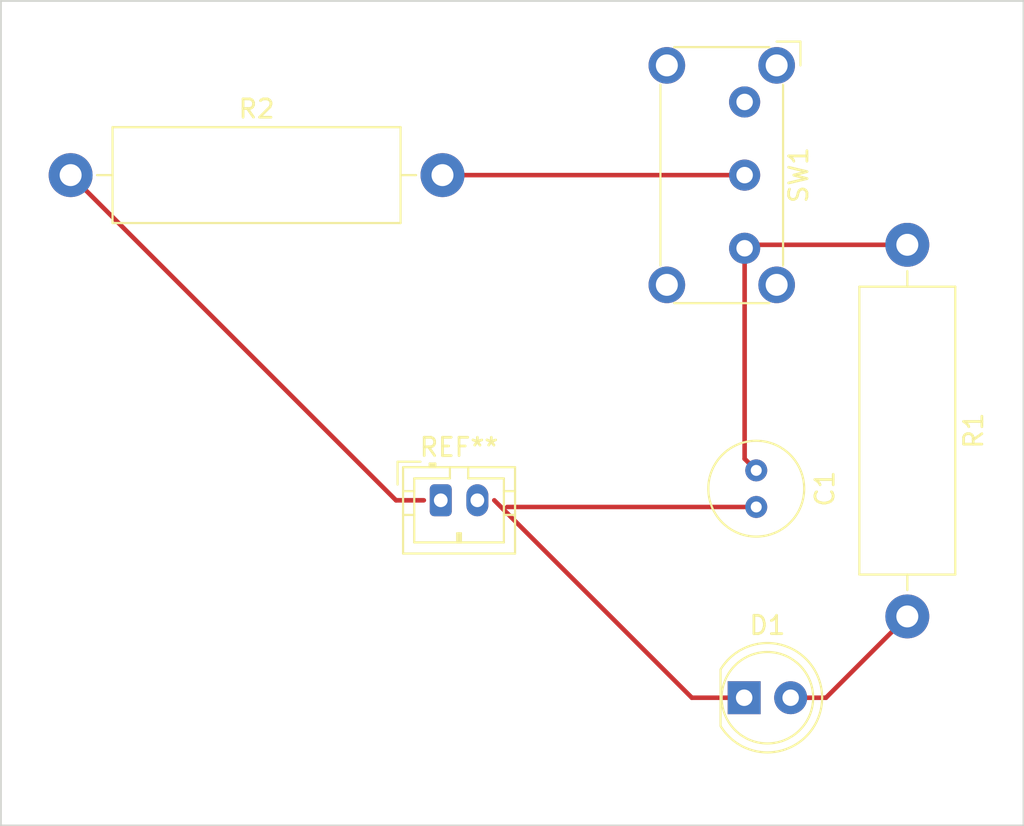
<source format=kicad_pcb>
(kicad_pcb (version 20211014) (generator pcbnew)
  (layers (0 "F.Cu" signal) (31 "B.Cu" signal) (34 "B.Paste" user) (35 "F.Paste" user) (36 "B.SilkS" user "B.Silkscreen") (37 "F.SilkS" user "F.Silkscreen") (38 "B.Mask" user) (39 "F.Mask" user) (44 "Edge.Cuts" user))
  (net 0 "")
  (net 1 "Net-(C1-Pad1)")
  (net 2 "+9V")
  (net 3 "/Pin5")
  (net 4 "unconnected-(R2-Pad1)")
  (net 5 "Net-(R2-Pad2)")
  (footprint "Button_Switch_THT:SW_E-Switch_EG1224_SPDT_Angled" (layer "F.Cu") (at 240.665 72.835 -90)
    (fp_text reference "SW1" (at 4 -2.95 90) (layer "F.SilkS"))
    (fp_text value "SW_SPDT")
    (fp_line (start 11 -1.35) (end 11 3.85) (layer "F.SilkS") (width 0.12))
    (fp_line (start 8.95 4.6) (end -0.95 4.6) (layer "F.SilkS") (width 0.12))
    (fp_line (start -3.3 -1.75) (end -3.3 -3.05) (layer "F.SilkS") (width 0.12))
    (fp_line (start -3.3 -3.05) (end -2 -3.05) (layer "F.SilkS") (width 0.12))
    (fp_line (start -3 3.85) (end -3 -1.35) (layer "F.SilkS") (width 0.12))
    (fp_line (start -0.95 -2.1) (end 8.95 -2.1) (layer "F.SilkS") (width 0.12))
    (pad "" thru_hole circle (at 10 4.25 270) (size 2 2) (drill 1.2) (layers *.Cu *.Mask))
    (pad "" thru_hole circle (at -2 4.25 270) (size 2 2) (drill 1.2) (layers *.Cu *.Mask))
    (pad "" thru_hole circle (at -2 -1.75 270) (size 2 2) (drill 1.2) (layers *.Cu *.Mask))
    (pad "" thru_hole circle (at 10 -1.75 270) (size 2 2) (drill 1.2) (layers *.Cu *.Mask))
    (pad "1" thru_hole circle (at 0 0 270) (size 1.7 1.7) (drill 0.9) (layers *.Cu *.Mask))
    (pad "2" thru_hole circle (at 4 0 270) (size 1.7 1.7) (drill 0.9) (layers *.Cu *.Mask) (net 5 "Net-(R2-Pad2)"))
    (pad "3" thru_hole circle (at 8 0 270) (size 1.7 1.7) (drill 0.9) (layers *.Cu *.Mask) (net 1 "Net-(C1-Pad1)"))
  )
  (footprint "Connector_JST:JST_PH_B2B-PH-K_1x02_P2.00mm_Vertical" (layer "F.Cu") (at 224.06 94.615)
    (fp_text reference "REF**" (at 1 -2.9) (layer "F.SilkS"))
    (fp_text value "JST_PH_B2B-PH-K_1x02_P2.00mm_Vertical")
    (fp_line (start -1.11 -2.11) (end -2.36 -2.11) (layer "F.SilkS") (width 0.12))
    (fp_line (start -0.3 -2.01) (end -0.6 -2.01) (layer "F.SilkS") (width 0.12))
    (fp_line (start 1.5 -1.2) (end 1.5 -1.81) (layer "F.SilkS") (width 0.12))
    (fp_line (start 0.5 -1.2) (end -1.45 -1.2) (layer "F.SilkS") (width 0.12))
    (fp_line (start 3.45 -1.2) (end 1.5 -1.2) (layer "F.SilkS") (width 0.12))
    (fp_line (start 4.06 2.91) (end 4.06 -1.81) (layer "F.SilkS") (width 0.12))
    (fp_line (start -1.45 -1.2) (end -1.45 2.3) (layer "F.SilkS") (width 0.12))
    (fp_line (start -0.3 -1.81) (end -0.3 -2.01) (layer "F.SilkS") (width 0.12))
    (fp_line (start 0.9 1.8) (end 1.1 1.8) (layer "F.SilkS") (width 0.12))
    (fp_line (start -0.3 -1.91) (end -0.6 -1.91) (layer "F.SilkS") (width 0.12))
    (fp_line (start -2.06 -0.5) (end -1.45 -0.5) (layer "F.SilkS") (width 0.12))
    (fp_line (start 0.5 -1.81) (end 0.5 -1.2) (layer "F.SilkS") (width 0.12))
    (fp_line (start -2.06 -1.81) (end -2.06 2.91) (layer "F.SilkS") (width 0.12))
    (fp_line (start 0.9 2.3) (end 0.9 1.8) (layer "F.SilkS") (width 0.12))
    (fp_line (start 4.06 -0.5) (end 3.45 -0.5) (layer "F.SilkS") (width 0.12))
    (fp_line (start -1.45 2.3) (end 3.45 2.3) (layer "F.SilkS") (width 0.12))
    (fp_line (start 1.1 1.8) (end 1.1 2.3) (layer "F.SilkS") (width 0.12))
    (fp_line (start 4.06 -1.81) (end -2.06 -1.81) (layer "F.SilkS") (width 0.12))
    (fp_line (start -2.06 2.91) (end 4.06 2.91) (layer "F.SilkS") (width 0.12))
    (fp_line (start -2.36 -2.11) (end -2.36 -0.86) (layer "F.SilkS") (width 0.12))
    (fp_line (start 1 2.3) (end 1 1.8) (layer "F.SilkS") (width 0.12))
    (fp_line (start -2.06 0.8) (end -1.45 0.8) (layer "F.SilkS") (width 0.12))
    (fp_line (start 4.06 0.8) (end 3.45 0.8) (layer "F.SilkS") (width 0.12))
    (fp_line (start 3.45 2.3) (end 3.45 -1.2) (layer "F.SilkS") (width 0.12))
    (fp_line (start -0.6 -2.01) (end -0.6 -1.81) (layer "F.SilkS") (width 0.12))
    (pad "1" thru_hole roundrect (at 0 0) (size 1.2 1.75) (drill 0.75) (layers *.Cu *.Mask) (roundrect_rratio 0.208333))
    (pad "2" thru_hole oval (at 2 0) (size 1.2 1.75) (drill 0.75) (layers *.Cu *.Mask))
  )
  (footprint "Resistor_THT:R_Axial_DIN0516_L15.5mm_D5.0mm_P20.32mm_Horizontal" (layer "F.Cu") (at 249.555 80.645 -90)
    (fp_text reference "R1" (at 10.16 -3.62 90) (layer "F.SilkS"))
    (fp_text value "20 K")
    (fp_line (start 2.29 2.62) (end 18.03 2.62) (layer "F.SilkS") (width 0.12))
    (fp_line (start 18.88 0) (end 18.03 0) (layer "F.SilkS") (width 0.12))
    (fp_line (start 2.29 -2.62) (end 2.29 2.62) (layer "F.SilkS") (width 0.12))
    (fp_line (start 18.03 -2.62) (end 2.29 -2.62) (layer "F.SilkS") (width 0.12))
    (fp_line (start 18.03 2.62) (end 18.03 -2.62) (layer "F.SilkS") (width 0.12))
    (fp_line (start 1.44 0) (end 2.29 0) (layer "F.SilkS") (width 0.12))
    (pad "1" thru_hole circle (at 0 0 270) (size 2.4 2.4) (drill 1.2) (layers *.Cu *.Mask) (net 1 "Net-(C1-Pad1)"))
    (pad "2" thru_hole oval (at 20.32 0 270) (size 2.4 2.4) (drill 1.2) (layers *.Cu *.Mask) (net 3 "/Pin5"))
  )
  (footprint "Capacitor_THT:C_Radial_D5.0mm_H5.0mm_P2.00mm" (layer "F.Cu") (at 241.3 92.98 -90)
    (fp_text reference "C1" (at 1 -3.75 90) (layer "F.SilkS"))
    (fp_text value "4.7 uF")
    (fp_circle (center 1 0) (end 3.62 0) (layer "F.SilkS") (width 0.12) (fill none))
    (pad "1" thru_hole circle (at 0 0 270) (size 1.2 1.2) (drill 0.6) (layers *.Cu *.Mask) (net 1 "Net-(C1-Pad1)"))
    (pad "2" thru_hole circle (at 2 0 270) (size 1.2 1.2) (drill 0.6) (layers *.Cu *.Mask) (net 2 "+9V"))
  )
  (footprint "Resistor_THT:R_Axial_DIN0516_L15.5mm_D5.0mm_P20.32mm_Horizontal" (layer "F.Cu") (at 203.835 76.835)
    (fp_text reference "R2" (at 10.16 -3.62) (layer "F.SilkS"))
    (fp_text value "2.2 K")
    (fp_line (start 18.03 -2.62) (end 2.29 -2.62) (layer "F.SilkS") (width 0.12))
    (fp_line (start 18.03 2.62) (end 18.03 -2.62) (layer "F.SilkS") (width 0.12))
    (fp_line (start 1.44 0) (end 2.29 0) (layer "F.SilkS") (width 0.12))
    (fp_line (start 2.29 -2.62) (end 2.29 2.62) (layer "F.SilkS") (width 0.12))
    (fp_line (start 18.88 0) (end 18.03 0) (layer "F.SilkS") (width 0.12))
    (fp_line (start 2.29 2.62) (end 18.03 2.62) (layer "F.SilkS") (width 0.12))
    (pad "1" thru_hole circle (at 0 0) (size 2.4 2.4) (drill 1.2) (layers *.Cu *.Mask) (net 4 "unconnected-(R2-Pad1)"))
    (pad "2" thru_hole oval (at 20.32 0) (size 2.4 2.4) (drill 1.2) (layers *.Cu *.Mask) (net 5 "Net-(R2-Pad2)"))
  )
  (footprint "LED_THT:LED_D5.0mm" (layer "F.Cu") (at 240.64 105.41)
    (fp_text reference "D1" (at 1.27 -3.96) (layer "F.SilkS"))
    (fp_text value "LED")
    (fp_line (start -1.29 -1.545) (end -1.29 1.545) (layer "F.SilkS") (width 0.12))
    (fp_arc (start -1.29 -1.54483) (mid 2.072002 -2.880433) (end 4.26 0.000462) (layer "F.SilkS") (width 0.12))
    (fp_arc (start 4.26 -0.000462) (mid 2.072002 2.880433) (end -1.29 1.54483) (layer "F.SilkS") (width 0.12))
    (fp_circle (center 1.27 0) (end 3.77 0) (layer "F.SilkS") (width 0.12) (fill none))
    (pad "1" thru_hole rect (at 0 0) (size 1.8 1.8) (drill 0.9) (layers *.Cu *.Mask) (net 2 "+9V"))
    (pad "2" thru_hole circle (at 2.54 0) (size 1.8 1.8) (drill 0.9) (layers *.Cu *.Mask) (net 3 "/Pin5"))
  )
  (gr_rect (start 200.025 67.31) (end 255.905 112.395) (layer "Edge.Cuts") (width 0.1) (fill none))
  (segment (start 241.3 92.98) (end 240.665 92.345) (width 0.25) (layer "F.Cu") (net 1))
  (segment (start 240.665 92.345) (end 240.665 80.835) (width 0.25) (layer "F.Cu") (net 1))
  (segment (start 240.855 80.645) (end 240.665 80.835) (width 0.25) (layer "F.Cu") (net 1))
  (segment (start 249.555 80.645) (end 240.855 80.645) (width 0.25) (layer "F.Cu") (net 1))
  (segment (start 241.3 94.98) (end 241.3 95.25) (width 0.25) (layer "F.Cu") (net 2))
  (segment (start 240.64 105.41) (end 237.78 105.41) (width 0.25) (layer "F.Cu") (net 2))
  (segment (start 241.3 94.98) (end 227.695 94.98) (width 0.25) (layer "F.Cu") (net 2))
  (segment (start 237.78 105.41) (end 226.985 94.615) (width 0.25) (layer "F.Cu") (net 2))
  (segment (start 243.18 105.41) (end 245.11 105.41) (width 0.25) (layer "F.Cu") (net 3))
  (segment (start 245.11 105.41) (end 249.555 100.965) (width 0.25) (layer "F.Cu") (net 3))
  (segment (start 221.615 94.615) (end 223.135 94.615) (width 0.25) (layer "F.Cu") (net 4))
  (segment (start 203.835 76.835) (end 221.615 94.615) (width 0.25) (layer "F.Cu") (net 4))
  (segment (start 224.155 76.835) (end 240.665 76.835) (width 0.25) (layer "F.Cu") (net 5))
)
</source>
